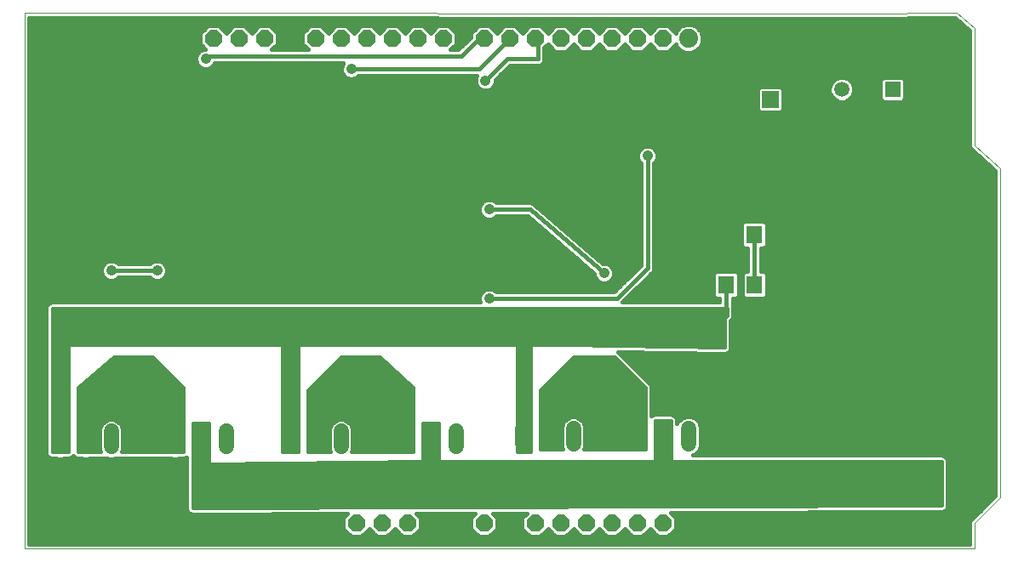
<source format=gbl>
G75*
%MOIN*%
%OFA0B0*%
%FSLAX25Y25*%
%IPPOS*%
%LPD*%
%AMOC8*
5,1,8,0,0,1.08239X$1,22.5*
%
%ADD10C,0.00000*%
%ADD11R,0.06299X0.07098*%
%ADD12R,0.06299X0.07087*%
%ADD13R,0.07087X0.12598*%
%ADD14OC8,0.06600*%
%ADD15C,0.06600*%
%ADD16R,0.06500X0.06500*%
%ADD17C,0.06000*%
%ADD18C,0.07400*%
%ADD19OC8,0.16400*%
%ADD20R,0.05937X0.05937*%
%ADD21C,0.05937*%
%ADD22C,0.06500*%
%ADD23C,0.04134*%
%ADD24C,0.01600*%
D10*
X0005000Y0005000D02*
X0005000Y0215000D01*
X0330921Y0214701D01*
X0370000Y0215000D01*
X0377000Y0209000D01*
X0377000Y0163000D01*
X0387000Y0154000D01*
X0387000Y0025000D01*
X0377000Y0015000D01*
X0377000Y0005000D01*
X0005000Y0005000D01*
D11*
X0279732Y0108520D03*
X0290929Y0108520D03*
D12*
X0290701Y0128071D03*
X0279677Y0128071D03*
D13*
X0275843Y0092189D03*
X0297890Y0092189D03*
D14*
X0255000Y0015000D03*
X0245000Y0015000D03*
X0235000Y0015000D03*
X0225000Y0015000D03*
X0215000Y0015000D03*
X0205000Y0015000D03*
X0185000Y0015000D03*
X0175000Y0015000D03*
X0165000Y0015000D03*
X0155000Y0015000D03*
X0145000Y0015000D03*
X0135000Y0015000D03*
X0139000Y0205000D03*
X0129000Y0205000D03*
X0119000Y0205000D03*
X0109000Y0205000D03*
X0099000Y0205000D03*
X0089000Y0205000D03*
X0079000Y0205000D03*
X0149000Y0205000D03*
X0159000Y0205000D03*
X0169000Y0205000D03*
X0185000Y0205000D03*
X0195000Y0205000D03*
X0205000Y0205000D03*
X0215000Y0205000D03*
X0225000Y0205000D03*
X0235000Y0205000D03*
X0245000Y0205000D03*
X0255000Y0205000D03*
D15*
X0311000Y0061000D03*
D16*
X0311000Y0031000D03*
X0297000Y0181000D03*
D17*
X0265000Y0052000D02*
X0265000Y0046000D01*
X0255000Y0046000D02*
X0255000Y0052000D01*
X0245000Y0052000D02*
X0245000Y0046000D01*
X0220000Y0046000D02*
X0220000Y0052000D01*
X0210000Y0052000D02*
X0210000Y0046000D01*
X0200000Y0046000D02*
X0200000Y0052000D01*
X0174000Y0051000D02*
X0174000Y0045000D01*
X0164000Y0045000D02*
X0164000Y0051000D01*
X0154000Y0051000D02*
X0154000Y0045000D01*
X0129000Y0045000D02*
X0129000Y0051000D01*
X0119000Y0051000D02*
X0119000Y0045000D01*
X0109000Y0045000D02*
X0109000Y0051000D01*
X0084000Y0051000D02*
X0084000Y0045000D01*
X0074000Y0045000D02*
X0074000Y0051000D01*
X0064000Y0051000D02*
X0064000Y0045000D01*
X0039000Y0045000D02*
X0039000Y0051000D01*
X0029000Y0051000D02*
X0029000Y0045000D01*
X0019000Y0045000D02*
X0019000Y0051000D01*
D18*
X0265000Y0205000D03*
X0275000Y0205000D03*
D19*
X0232000Y0072000D03*
X0141000Y0072000D03*
X0051000Y0072000D03*
X0355000Y0061000D03*
X0355000Y0031000D03*
D20*
X0345000Y0184988D03*
D21*
X0335000Y0184988D03*
X0325000Y0184988D03*
D22*
X0297000Y0191000D03*
D23*
X0294000Y0162000D03*
X0249000Y0159000D03*
X0233000Y0139000D03*
X0232000Y0113000D03*
X0187000Y0103000D03*
X0187000Y0138000D03*
X0179000Y0187000D03*
X0185500Y0188500D03*
X0133000Y0193000D03*
X0091000Y0193000D03*
X0076000Y0197000D03*
X0057000Y0114000D03*
X0039000Y0114000D03*
D24*
X0057000Y0114000D01*
X0060606Y0112602D02*
X0228133Y0112602D01*
X0228133Y0112901D02*
X0228133Y0112231D01*
X0228722Y0110810D01*
X0229810Y0109722D01*
X0231231Y0109133D01*
X0232769Y0109133D01*
X0234190Y0109722D01*
X0235278Y0110810D01*
X0235867Y0112231D01*
X0235867Y0113769D01*
X0235278Y0115190D01*
X0234190Y0116278D01*
X0232769Y0116867D01*
X0231496Y0116867D01*
X0204770Y0139907D01*
X0204473Y0140204D01*
X0204381Y0140242D01*
X0204306Y0140307D01*
X0203906Y0140439D01*
X0203517Y0140600D01*
X0203418Y0140600D01*
X0203324Y0140631D01*
X0202904Y0140600D01*
X0189869Y0140600D01*
X0189190Y0141278D01*
X0187769Y0141867D01*
X0186231Y0141867D01*
X0184810Y0141278D01*
X0183722Y0140190D01*
X0183133Y0138769D01*
X0183133Y0137231D01*
X0183722Y0135810D01*
X0184810Y0134722D01*
X0186231Y0134133D01*
X0187769Y0134133D01*
X0189190Y0134722D01*
X0189869Y0135400D01*
X0202034Y0135400D01*
X0228133Y0112901D01*
X0228641Y0111003D02*
X0059472Y0111003D01*
X0059190Y0110722D02*
X0060278Y0111810D01*
X0060867Y0113231D01*
X0060867Y0114769D01*
X0060278Y0116190D01*
X0059190Y0117278D01*
X0057769Y0117867D01*
X0056231Y0117867D01*
X0054810Y0117278D01*
X0054131Y0116600D01*
X0041869Y0116600D01*
X0041190Y0117278D01*
X0039769Y0117867D01*
X0038231Y0117867D01*
X0036810Y0117278D01*
X0035722Y0116190D01*
X0035133Y0114769D01*
X0035133Y0113231D01*
X0035722Y0111810D01*
X0036810Y0110722D01*
X0038231Y0110133D01*
X0039769Y0110133D01*
X0041190Y0110722D01*
X0041869Y0111400D01*
X0054131Y0111400D01*
X0054810Y0110722D01*
X0056231Y0110133D01*
X0057769Y0110133D01*
X0059190Y0110722D01*
X0060867Y0114201D02*
X0226625Y0114201D01*
X0224771Y0115799D02*
X0060440Y0115799D01*
X0058902Y0117398D02*
X0222917Y0117398D01*
X0221063Y0118996D02*
X0006800Y0118996D01*
X0006800Y0117398D02*
X0037098Y0117398D01*
X0035560Y0115799D02*
X0006800Y0115799D01*
X0006800Y0114201D02*
X0035133Y0114201D01*
X0035394Y0112602D02*
X0006800Y0112602D01*
X0006800Y0111003D02*
X0036528Y0111003D01*
X0041472Y0111003D02*
X0054528Y0111003D01*
X0055098Y0117398D02*
X0040902Y0117398D01*
X0015483Y0101600D02*
X0014527Y0101204D01*
X0013796Y0100473D01*
X0013400Y0099517D01*
X0013400Y0042483D01*
X0013796Y0041527D01*
X0014527Y0040796D01*
X0015483Y0040400D01*
X0017562Y0040400D01*
X0018045Y0040200D01*
X0019955Y0040200D01*
X0020438Y0040400D01*
X0022517Y0040400D01*
X0023473Y0040796D01*
X0024000Y0041323D01*
X0024527Y0040796D01*
X0025483Y0040400D01*
X0027562Y0040400D01*
X0028045Y0040200D01*
X0029955Y0040200D01*
X0030438Y0040400D01*
X0037562Y0040400D01*
X0038045Y0040200D01*
X0039955Y0040200D01*
X0040438Y0040400D01*
X0062562Y0040400D01*
X0063045Y0040200D01*
X0064955Y0040200D01*
X0065438Y0040400D01*
X0067517Y0040400D01*
X0068400Y0040766D01*
X0068400Y0021513D01*
X0068398Y0021508D01*
X0068400Y0020997D01*
X0068400Y0020483D01*
X0068402Y0020479D01*
X0068402Y0020474D01*
X0068600Y0020000D01*
X0068796Y0019527D01*
X0068799Y0019524D01*
X0068801Y0019520D01*
X0069166Y0019157D01*
X0069527Y0018796D01*
X0069531Y0018794D01*
X0069535Y0018791D01*
X0070009Y0018596D01*
X0070483Y0018400D01*
X0070487Y0018400D01*
X0070492Y0018398D01*
X0071004Y0018400D01*
X0071517Y0018400D01*
X0071521Y0018402D01*
X0131394Y0018606D01*
X0129900Y0017112D01*
X0129900Y0012888D01*
X0132888Y0009900D01*
X0137112Y0009900D01*
X0140000Y0012788D01*
X0142888Y0009900D01*
X0147112Y0009900D01*
X0150000Y0012788D01*
X0152888Y0009900D01*
X0157112Y0009900D01*
X0160100Y0012888D01*
X0160100Y0017112D01*
X0158514Y0018699D01*
X0181565Y0018777D01*
X0179900Y0017112D01*
X0179900Y0012888D01*
X0182888Y0009900D01*
X0187112Y0009900D01*
X0190100Y0012888D01*
X0190100Y0017112D01*
X0188412Y0018801D01*
X0201633Y0018846D01*
X0199900Y0017112D01*
X0199900Y0012888D01*
X0202888Y0009900D01*
X0207112Y0009900D01*
X0210000Y0012788D01*
X0212888Y0009900D01*
X0217112Y0009900D01*
X0220000Y0012788D01*
X0222888Y0009900D01*
X0227112Y0009900D01*
X0230000Y0012788D01*
X0232888Y0009900D01*
X0237112Y0009900D01*
X0240000Y0012788D01*
X0242888Y0009900D01*
X0247112Y0009900D01*
X0250000Y0012788D01*
X0252888Y0009900D01*
X0257112Y0009900D01*
X0260100Y0012888D01*
X0260100Y0017112D01*
X0258174Y0019039D01*
X0364002Y0019400D01*
X0364517Y0019400D01*
X0364521Y0019402D01*
X0364526Y0019402D01*
X0364998Y0019599D01*
X0365473Y0019796D01*
X0365476Y0019799D01*
X0365480Y0019801D01*
X0365842Y0020165D01*
X0366204Y0020527D01*
X0366206Y0020531D01*
X0366209Y0020535D01*
X0366403Y0021008D01*
X0366600Y0021483D01*
X0366600Y0021487D01*
X0380941Y0021487D01*
X0379343Y0019888D02*
X0365567Y0019888D01*
X0366600Y0021487D02*
X0366602Y0021492D01*
X0366600Y0022002D01*
X0366600Y0039517D01*
X0366204Y0040473D01*
X0365473Y0041204D01*
X0364517Y0041600D01*
X0363483Y0041600D01*
X0266920Y0041600D01*
X0267719Y0041931D01*
X0269069Y0043281D01*
X0269800Y0045045D01*
X0269800Y0052955D01*
X0269069Y0054719D01*
X0267719Y0056069D01*
X0265955Y0056800D01*
X0264045Y0056800D01*
X0262281Y0056069D01*
X0260931Y0054719D01*
X0260600Y0053920D01*
X0260600Y0055517D01*
X0260204Y0056473D01*
X0259473Y0057204D01*
X0258517Y0057600D01*
X0251483Y0057600D01*
X0250600Y0057234D01*
X0250600Y0068517D01*
X0250204Y0069473D01*
X0238204Y0081473D01*
X0237610Y0082067D01*
X0278463Y0081408D01*
X0278483Y0081400D01*
X0278979Y0081400D01*
X0279475Y0081392D01*
X0279495Y0081400D01*
X0279517Y0081400D01*
X0279976Y0081590D01*
X0280437Y0081772D01*
X0280453Y0081788D01*
X0280473Y0081796D01*
X0280823Y0082146D01*
X0281180Y0082492D01*
X0281189Y0082512D01*
X0281204Y0082527D01*
X0281394Y0082985D01*
X0281591Y0083441D01*
X0281592Y0083463D01*
X0281600Y0083483D01*
X0281600Y0083979D01*
X0281608Y0084475D01*
X0281600Y0084495D01*
X0281600Y0094270D01*
X0282204Y0094874D01*
X0282600Y0095829D01*
X0282600Y0099517D01*
X0282332Y0100163D01*
X0282332Y0103170D01*
X0283627Y0103170D01*
X0284682Y0104225D01*
X0284682Y0112814D01*
X0283627Y0113869D01*
X0275837Y0113869D01*
X0274783Y0112814D01*
X0274783Y0104225D01*
X0275837Y0103170D01*
X0277132Y0103170D01*
X0277132Y0101600D01*
X0239277Y0101600D01*
X0250473Y0112796D01*
X0251204Y0113527D01*
X0251600Y0114483D01*
X0251600Y0156131D01*
X0252278Y0156810D01*
X0252867Y0158231D01*
X0252867Y0159769D01*
X0252278Y0161190D01*
X0251190Y0162278D01*
X0249769Y0162867D01*
X0248231Y0162867D01*
X0246810Y0162278D01*
X0245722Y0161190D01*
X0245133Y0159769D01*
X0245133Y0158231D01*
X0245722Y0156810D01*
X0246400Y0156131D01*
X0246400Y0116077D01*
X0235923Y0105600D01*
X0189869Y0105600D01*
X0189190Y0106278D01*
X0187769Y0106867D01*
X0186231Y0106867D01*
X0184810Y0106278D01*
X0183722Y0105190D01*
X0183133Y0103769D01*
X0183133Y0102231D01*
X0183394Y0101600D01*
X0015483Y0101600D01*
X0015030Y0101412D02*
X0006800Y0101412D01*
X0006800Y0099814D02*
X0013523Y0099814D01*
X0013400Y0098215D02*
X0006800Y0098215D01*
X0006800Y0096617D02*
X0013400Y0096617D01*
X0013400Y0095018D02*
X0006800Y0095018D01*
X0006800Y0093420D02*
X0013400Y0093420D01*
X0013400Y0091821D02*
X0006800Y0091821D01*
X0006800Y0090223D02*
X0013400Y0090223D01*
X0013400Y0088624D02*
X0006800Y0088624D01*
X0006800Y0087026D02*
X0013400Y0087026D01*
X0013400Y0085427D02*
X0006800Y0085427D01*
X0006800Y0083829D02*
X0013400Y0083829D01*
X0013400Y0082230D02*
X0006800Y0082230D01*
X0006800Y0080632D02*
X0013400Y0080632D01*
X0013400Y0079033D02*
X0006800Y0079033D01*
X0006800Y0077435D02*
X0013400Y0077435D01*
X0013400Y0075836D02*
X0006800Y0075836D01*
X0006800Y0074238D02*
X0013400Y0074238D01*
X0013400Y0072639D02*
X0006800Y0072639D01*
X0006800Y0071041D02*
X0013400Y0071041D01*
X0013400Y0069442D02*
X0006800Y0069442D01*
X0006800Y0067844D02*
X0013400Y0067844D01*
X0013400Y0066245D02*
X0006800Y0066245D01*
X0006800Y0064647D02*
X0013400Y0064647D01*
X0013400Y0063048D02*
X0006800Y0063048D01*
X0006800Y0061450D02*
X0013400Y0061450D01*
X0013400Y0059851D02*
X0006800Y0059851D01*
X0006800Y0058253D02*
X0013400Y0058253D01*
X0013400Y0056654D02*
X0006800Y0056654D01*
X0006800Y0055056D02*
X0013400Y0055056D01*
X0013400Y0053457D02*
X0006800Y0053457D01*
X0006800Y0051859D02*
X0013400Y0051859D01*
X0013400Y0050260D02*
X0006800Y0050260D01*
X0006800Y0048662D02*
X0013400Y0048662D01*
X0013400Y0047063D02*
X0006800Y0047063D01*
X0006800Y0045465D02*
X0013400Y0045465D01*
X0013400Y0043866D02*
X0006800Y0043866D01*
X0006800Y0042268D02*
X0013489Y0042268D01*
X0014833Y0040669D02*
X0006800Y0040669D01*
X0006800Y0039070D02*
X0068400Y0039070D01*
X0068400Y0037472D02*
X0006800Y0037472D01*
X0006800Y0035873D02*
X0068400Y0035873D01*
X0068400Y0034275D02*
X0006800Y0034275D01*
X0006800Y0032676D02*
X0068400Y0032676D01*
X0068400Y0031078D02*
X0006800Y0031078D01*
X0006800Y0029479D02*
X0068400Y0029479D01*
X0068400Y0027881D02*
X0006800Y0027881D01*
X0006800Y0026282D02*
X0068400Y0026282D01*
X0068400Y0024684D02*
X0006800Y0024684D01*
X0006800Y0023085D02*
X0068400Y0023085D01*
X0068398Y0021487D02*
X0006800Y0021487D01*
X0006800Y0019888D02*
X0068646Y0019888D01*
X0071000Y0021000D02*
X0071000Y0054000D01*
X0077000Y0054000D01*
X0077000Y0038000D01*
X0161000Y0039000D01*
X0161000Y0054000D01*
X0167000Y0054000D01*
X0167000Y0039000D01*
X0252000Y0039000D01*
X0252000Y0055000D01*
X0258000Y0055000D01*
X0258000Y0039000D01*
X0364000Y0039000D01*
X0364000Y0022000D01*
X0071000Y0021000D01*
X0071000Y0021487D02*
X0213650Y0021487D01*
X0201077Y0018290D02*
X0188923Y0018290D01*
X0190100Y0016691D02*
X0199900Y0016691D01*
X0199900Y0015093D02*
X0190100Y0015093D01*
X0190100Y0013494D02*
X0199900Y0013494D01*
X0200892Y0011896D02*
X0189108Y0011896D01*
X0187510Y0010297D02*
X0202490Y0010297D01*
X0207510Y0010297D02*
X0212490Y0010297D01*
X0210892Y0011896D02*
X0209108Y0011896D01*
X0217510Y0010297D02*
X0222490Y0010297D01*
X0220892Y0011896D02*
X0219108Y0011896D01*
X0227510Y0010297D02*
X0232490Y0010297D01*
X0230892Y0011896D02*
X0229108Y0011896D01*
X0237510Y0010297D02*
X0242490Y0010297D01*
X0240892Y0011896D02*
X0239108Y0011896D01*
X0247510Y0010297D02*
X0252490Y0010297D01*
X0250892Y0011896D02*
X0249108Y0011896D01*
X0257510Y0010297D02*
X0375200Y0010297D01*
X0375200Y0008699D02*
X0006800Y0008699D01*
X0006800Y0010297D02*
X0132490Y0010297D01*
X0130892Y0011896D02*
X0006800Y0011896D01*
X0006800Y0013494D02*
X0129900Y0013494D01*
X0129900Y0015093D02*
X0006800Y0015093D01*
X0006800Y0016691D02*
X0129900Y0016691D01*
X0131077Y0018290D02*
X0006800Y0018290D01*
X0006800Y0007100D02*
X0375200Y0007100D01*
X0375200Y0006800D02*
X0006800Y0006800D01*
X0006800Y0213198D01*
X0330183Y0212901D01*
X0330189Y0212895D01*
X0330927Y0212901D01*
X0331665Y0212900D01*
X0331672Y0212906D01*
X0369340Y0213195D01*
X0375200Y0208172D01*
X0375200Y0163691D01*
X0375163Y0163650D01*
X0375200Y0162953D01*
X0375200Y0162254D01*
X0375239Y0162216D01*
X0375242Y0162161D01*
X0375761Y0161694D01*
X0376254Y0161200D01*
X0376309Y0161200D01*
X0385200Y0153198D01*
X0385200Y0025746D01*
X0375200Y0015746D01*
X0375200Y0006800D01*
X0375200Y0011896D02*
X0259108Y0011896D01*
X0260100Y0013494D02*
X0375200Y0013494D01*
X0375200Y0015093D02*
X0260100Y0015093D01*
X0260100Y0016691D02*
X0376146Y0016691D01*
X0377744Y0018290D02*
X0258923Y0018290D01*
X0258000Y0039070D02*
X0252000Y0039070D01*
X0252000Y0040669D02*
X0258000Y0040669D01*
X0258000Y0042268D02*
X0252000Y0042268D01*
X0252000Y0043866D02*
X0258000Y0043866D01*
X0258000Y0045465D02*
X0252000Y0045465D01*
X0252000Y0047063D02*
X0258000Y0047063D01*
X0258000Y0048662D02*
X0252000Y0048662D01*
X0252000Y0050260D02*
X0258000Y0050260D01*
X0258000Y0051859D02*
X0252000Y0051859D01*
X0252000Y0053457D02*
X0258000Y0053457D01*
X0260600Y0055056D02*
X0261267Y0055056D01*
X0260023Y0056654D02*
X0263693Y0056654D01*
X0266307Y0056654D02*
X0385200Y0056654D01*
X0385200Y0055056D02*
X0268733Y0055056D01*
X0269592Y0053457D02*
X0385200Y0053457D01*
X0385200Y0051859D02*
X0269800Y0051859D01*
X0269800Y0050260D02*
X0385200Y0050260D01*
X0385200Y0048662D02*
X0269800Y0048662D01*
X0269800Y0047063D02*
X0385200Y0047063D01*
X0385200Y0045465D02*
X0269800Y0045465D01*
X0269312Y0043866D02*
X0385200Y0043866D01*
X0385200Y0042268D02*
X0268056Y0042268D01*
X0248000Y0044000D02*
X0248000Y0068000D01*
X0236000Y0080000D01*
X0220000Y0080000D01*
X0207000Y0067000D01*
X0207000Y0044000D01*
X0215849Y0044000D01*
X0215400Y0045085D01*
X0215400Y0052915D01*
X0216100Y0054606D01*
X0217394Y0055900D01*
X0219085Y0056600D01*
X0220915Y0056600D01*
X0222606Y0055900D01*
X0223900Y0054606D01*
X0224600Y0052915D01*
X0224600Y0045085D01*
X0224151Y0044000D01*
X0248000Y0044000D01*
X0248000Y0045465D02*
X0224600Y0045465D01*
X0224600Y0047063D02*
X0248000Y0047063D01*
X0248000Y0048662D02*
X0224600Y0048662D01*
X0224600Y0050260D02*
X0248000Y0050260D01*
X0248000Y0051859D02*
X0224600Y0051859D01*
X0224375Y0053457D02*
X0248000Y0053457D01*
X0248000Y0055056D02*
X0223450Y0055056D01*
X0216550Y0055056D02*
X0207000Y0055056D01*
X0207000Y0056654D02*
X0248000Y0056654D01*
X0248000Y0058253D02*
X0207000Y0058253D01*
X0207000Y0059851D02*
X0248000Y0059851D01*
X0248000Y0061450D02*
X0207000Y0061450D01*
X0207000Y0063048D02*
X0248000Y0063048D01*
X0248000Y0064647D02*
X0207000Y0064647D01*
X0207000Y0066245D02*
X0248000Y0066245D01*
X0248000Y0067844D02*
X0207844Y0067844D01*
X0209442Y0069442D02*
X0246558Y0069442D01*
X0244959Y0071041D02*
X0211041Y0071041D01*
X0212639Y0072639D02*
X0243361Y0072639D01*
X0241762Y0074238D02*
X0214238Y0074238D01*
X0215836Y0075836D02*
X0240164Y0075836D01*
X0238565Y0077435D02*
X0217435Y0077435D01*
X0219033Y0079033D02*
X0236967Y0079033D01*
X0239045Y0080632D02*
X0385200Y0080632D01*
X0385200Y0082230D02*
X0280910Y0082230D01*
X0281600Y0083829D02*
X0385200Y0083829D01*
X0385200Y0085427D02*
X0281600Y0085427D01*
X0281600Y0087026D02*
X0385200Y0087026D01*
X0385200Y0088624D02*
X0281600Y0088624D01*
X0281600Y0090223D02*
X0385200Y0090223D01*
X0385200Y0091821D02*
X0281600Y0091821D01*
X0281600Y0093420D02*
X0385200Y0093420D01*
X0385200Y0095018D02*
X0282264Y0095018D01*
X0282600Y0096617D02*
X0385200Y0096617D01*
X0385200Y0098215D02*
X0282600Y0098215D01*
X0282477Y0099814D02*
X0385200Y0099814D01*
X0385200Y0101412D02*
X0282332Y0101412D01*
X0282332Y0103011D02*
X0385200Y0103011D01*
X0385200Y0104609D02*
X0295879Y0104609D01*
X0295879Y0104225D02*
X0295879Y0112814D01*
X0294824Y0113869D01*
X0293301Y0113869D01*
X0293301Y0122728D01*
X0294596Y0122728D01*
X0295650Y0123782D01*
X0295650Y0132360D01*
X0294596Y0133414D01*
X0286806Y0133414D01*
X0285751Y0132360D01*
X0285751Y0123782D01*
X0286806Y0122728D01*
X0288101Y0122728D01*
X0288101Y0113869D01*
X0287034Y0113869D01*
X0285980Y0112814D01*
X0285980Y0104225D01*
X0287034Y0103170D01*
X0294824Y0103170D01*
X0295879Y0104225D01*
X0295879Y0106208D02*
X0385200Y0106208D01*
X0385200Y0107806D02*
X0295879Y0107806D01*
X0295879Y0109405D02*
X0385200Y0109405D01*
X0385200Y0111003D02*
X0295879Y0111003D01*
X0295879Y0112602D02*
X0385200Y0112602D01*
X0385200Y0114201D02*
X0293301Y0114201D01*
X0293301Y0115799D02*
X0385200Y0115799D01*
X0385200Y0117398D02*
X0293301Y0117398D01*
X0293301Y0118996D02*
X0385200Y0118996D01*
X0385200Y0120595D02*
X0293301Y0120595D01*
X0293301Y0122193D02*
X0385200Y0122193D01*
X0385200Y0123792D02*
X0295650Y0123792D01*
X0295650Y0125390D02*
X0385200Y0125390D01*
X0385200Y0126989D02*
X0295650Y0126989D01*
X0295650Y0128587D02*
X0385200Y0128587D01*
X0385200Y0130186D02*
X0295650Y0130186D01*
X0295650Y0131784D02*
X0385200Y0131784D01*
X0385200Y0133383D02*
X0294627Y0133383D01*
X0290701Y0128071D02*
X0290701Y0108748D01*
X0290929Y0108520D01*
X0285980Y0107806D02*
X0284682Y0107806D01*
X0284682Y0106208D02*
X0285980Y0106208D01*
X0285980Y0104609D02*
X0284682Y0104609D01*
X0279732Y0105732D02*
X0279732Y0108520D01*
X0279732Y0099268D01*
X0280000Y0099000D01*
X0280000Y0096346D01*
X0275843Y0092189D01*
X0276000Y0092346D01*
X0279000Y0091821D02*
X0016000Y0091821D01*
X0016000Y0090223D02*
X0279000Y0090223D01*
X0279000Y0088624D02*
X0016000Y0088624D01*
X0016000Y0087026D02*
X0279000Y0087026D01*
X0279000Y0085427D02*
X0016000Y0085427D01*
X0016000Y0083829D02*
X0022000Y0083829D01*
X0022000Y0085000D02*
X0022000Y0043000D01*
X0016000Y0043000D01*
X0016000Y0099000D01*
X0279000Y0099000D01*
X0279000Y0084000D01*
X0217000Y0085000D01*
X0203000Y0085000D01*
X0203000Y0043000D01*
X0198000Y0043000D01*
X0198000Y0085000D01*
X0112000Y0085000D01*
X0112000Y0043000D01*
X0106000Y0043000D01*
X0106000Y0085000D01*
X0022000Y0085000D01*
X0022000Y0082230D02*
X0016000Y0082230D01*
X0016000Y0080632D02*
X0022000Y0080632D01*
X0022000Y0079033D02*
X0016000Y0079033D01*
X0016000Y0077435D02*
X0022000Y0077435D01*
X0022000Y0075836D02*
X0016000Y0075836D01*
X0016000Y0074238D02*
X0022000Y0074238D01*
X0022000Y0072639D02*
X0016000Y0072639D01*
X0016000Y0071041D02*
X0022000Y0071041D01*
X0022000Y0069442D02*
X0016000Y0069442D01*
X0016000Y0067844D02*
X0022000Y0067844D01*
X0022000Y0066245D02*
X0016000Y0066245D01*
X0016000Y0064647D02*
X0022000Y0064647D01*
X0022000Y0063048D02*
X0016000Y0063048D01*
X0016000Y0061450D02*
X0022000Y0061450D01*
X0022000Y0059851D02*
X0016000Y0059851D01*
X0016000Y0058253D02*
X0022000Y0058253D01*
X0022000Y0056654D02*
X0016000Y0056654D01*
X0016000Y0055056D02*
X0022000Y0055056D01*
X0022000Y0053457D02*
X0016000Y0053457D01*
X0016000Y0051859D02*
X0022000Y0051859D01*
X0022000Y0050260D02*
X0016000Y0050260D01*
X0016000Y0048662D02*
X0022000Y0048662D01*
X0022000Y0047063D02*
X0016000Y0047063D01*
X0016000Y0045465D02*
X0022000Y0045465D01*
X0022000Y0043866D02*
X0016000Y0043866D01*
X0023167Y0040669D02*
X0024833Y0040669D01*
X0026000Y0043000D02*
X0026000Y0068000D01*
X0040000Y0080000D01*
X0055000Y0080000D01*
X0067000Y0068000D01*
X0067000Y0043000D01*
X0043151Y0043000D01*
X0043600Y0044085D01*
X0043600Y0051915D01*
X0042900Y0053606D01*
X0041606Y0054900D01*
X0039915Y0055600D01*
X0038085Y0055600D01*
X0036394Y0054900D01*
X0035100Y0053606D01*
X0034400Y0051915D01*
X0034400Y0044085D01*
X0034849Y0043000D01*
X0026000Y0043000D01*
X0026000Y0043866D02*
X0034491Y0043866D01*
X0034400Y0045465D02*
X0026000Y0045465D01*
X0026000Y0047063D02*
X0034400Y0047063D01*
X0034400Y0048662D02*
X0026000Y0048662D01*
X0026000Y0050260D02*
X0034400Y0050260D01*
X0034400Y0051859D02*
X0026000Y0051859D01*
X0026000Y0053457D02*
X0035039Y0053457D01*
X0036771Y0055056D02*
X0026000Y0055056D01*
X0026000Y0056654D02*
X0067000Y0056654D01*
X0067000Y0055056D02*
X0041229Y0055056D01*
X0042961Y0053457D02*
X0067000Y0053457D01*
X0067000Y0051859D02*
X0043600Y0051859D01*
X0043600Y0050260D02*
X0067000Y0050260D01*
X0067000Y0048662D02*
X0043600Y0048662D01*
X0043600Y0047063D02*
X0067000Y0047063D01*
X0067000Y0045465D02*
X0043600Y0045465D01*
X0043509Y0043866D02*
X0067000Y0043866D01*
X0071000Y0043866D02*
X0077000Y0043866D01*
X0077000Y0042268D02*
X0071000Y0042268D01*
X0071000Y0040669D02*
X0077000Y0040669D01*
X0077000Y0039070D02*
X0071000Y0039070D01*
X0071000Y0037472D02*
X0364000Y0037472D01*
X0364000Y0035873D02*
X0071000Y0035873D01*
X0071000Y0034275D02*
X0364000Y0034275D01*
X0364000Y0032676D02*
X0071000Y0032676D01*
X0071000Y0031078D02*
X0364000Y0031078D01*
X0364000Y0029479D02*
X0071000Y0029479D01*
X0071000Y0027881D02*
X0364000Y0027881D01*
X0364000Y0026282D02*
X0071000Y0026282D01*
X0071000Y0024684D02*
X0364000Y0024684D01*
X0364000Y0023085D02*
X0071000Y0023085D01*
X0068400Y0040669D02*
X0068167Y0040669D01*
X0071000Y0045465D02*
X0077000Y0045465D01*
X0077000Y0047063D02*
X0071000Y0047063D01*
X0071000Y0048662D02*
X0077000Y0048662D01*
X0077000Y0050260D02*
X0071000Y0050260D01*
X0071000Y0051859D02*
X0077000Y0051859D01*
X0077000Y0053457D02*
X0071000Y0053457D01*
X0067000Y0058253D02*
X0026000Y0058253D01*
X0026000Y0059851D02*
X0067000Y0059851D01*
X0067000Y0061450D02*
X0026000Y0061450D01*
X0026000Y0063048D02*
X0067000Y0063048D01*
X0067000Y0064647D02*
X0026000Y0064647D01*
X0026000Y0066245D02*
X0067000Y0066245D01*
X0067000Y0067844D02*
X0026000Y0067844D01*
X0027683Y0069442D02*
X0065558Y0069442D01*
X0063959Y0071041D02*
X0029547Y0071041D01*
X0031412Y0072639D02*
X0062361Y0072639D01*
X0060762Y0074238D02*
X0033277Y0074238D01*
X0035142Y0075836D02*
X0059164Y0075836D01*
X0057565Y0077435D02*
X0037007Y0077435D01*
X0038872Y0079033D02*
X0055967Y0079033D01*
X0016000Y0093420D02*
X0279000Y0093420D01*
X0279000Y0095018D02*
X0016000Y0095018D01*
X0016000Y0096617D02*
X0279000Y0096617D01*
X0279000Y0098215D02*
X0016000Y0098215D01*
X0006800Y0103011D02*
X0183133Y0103011D01*
X0183481Y0104609D02*
X0006800Y0104609D01*
X0006800Y0106208D02*
X0184739Y0106208D01*
X0187000Y0103000D02*
X0237000Y0103000D01*
X0249000Y0115000D01*
X0249000Y0159000D01*
X0252867Y0158959D02*
X0378799Y0158959D01*
X0377023Y0160557D02*
X0252540Y0160557D01*
X0251313Y0162156D02*
X0375247Y0162156D01*
X0375200Y0163754D02*
X0006800Y0163754D01*
X0006800Y0162156D02*
X0246687Y0162156D01*
X0245460Y0160557D02*
X0006800Y0160557D01*
X0006800Y0158959D02*
X0245133Y0158959D01*
X0245494Y0157360D02*
X0006800Y0157360D01*
X0006800Y0155762D02*
X0246400Y0155762D01*
X0246400Y0154163D02*
X0006800Y0154163D01*
X0006800Y0152565D02*
X0246400Y0152565D01*
X0246400Y0150966D02*
X0006800Y0150966D01*
X0006800Y0149368D02*
X0246400Y0149368D01*
X0246400Y0147769D02*
X0006800Y0147769D01*
X0006800Y0146171D02*
X0246400Y0146171D01*
X0246400Y0144572D02*
X0006800Y0144572D01*
X0006800Y0142974D02*
X0246400Y0142974D01*
X0246400Y0141375D02*
X0188956Y0141375D01*
X0185044Y0141375D02*
X0006800Y0141375D01*
X0006800Y0139777D02*
X0183550Y0139777D01*
X0183133Y0138178D02*
X0006800Y0138178D01*
X0006800Y0136580D02*
X0183403Y0136580D01*
X0184550Y0134981D02*
X0006800Y0134981D01*
X0006800Y0133383D02*
X0204374Y0133383D01*
X0202520Y0134981D02*
X0189450Y0134981D01*
X0187000Y0138000D02*
X0203000Y0138000D01*
X0232000Y0113000D01*
X0234670Y0115799D02*
X0246122Y0115799D01*
X0246400Y0117398D02*
X0230881Y0117398D01*
X0229027Y0118996D02*
X0246400Y0118996D01*
X0246400Y0120595D02*
X0227172Y0120595D01*
X0225318Y0122193D02*
X0246400Y0122193D01*
X0246400Y0123792D02*
X0223464Y0123792D01*
X0221609Y0125390D02*
X0246400Y0125390D01*
X0246400Y0126989D02*
X0219755Y0126989D01*
X0217901Y0128587D02*
X0246400Y0128587D01*
X0246400Y0130186D02*
X0216047Y0130186D01*
X0214192Y0131784D02*
X0246400Y0131784D01*
X0246400Y0133383D02*
X0212338Y0133383D01*
X0210484Y0134981D02*
X0246400Y0134981D01*
X0246400Y0136580D02*
X0208630Y0136580D01*
X0206775Y0138178D02*
X0246400Y0138178D01*
X0246400Y0139777D02*
X0204921Y0139777D01*
X0206228Y0131784D02*
X0006800Y0131784D01*
X0006800Y0130186D02*
X0208083Y0130186D01*
X0209937Y0128587D02*
X0006800Y0128587D01*
X0006800Y0126989D02*
X0211791Y0126989D01*
X0213645Y0125390D02*
X0006800Y0125390D01*
X0006800Y0123792D02*
X0215500Y0123792D01*
X0217354Y0122193D02*
X0006800Y0122193D01*
X0006800Y0120595D02*
X0219208Y0120595D01*
X0235688Y0114201D02*
X0244524Y0114201D01*
X0242925Y0112602D02*
X0235867Y0112602D01*
X0235359Y0111003D02*
X0241327Y0111003D01*
X0239728Y0109405D02*
X0233426Y0109405D01*
X0230574Y0109405D02*
X0006800Y0109405D01*
X0006800Y0107806D02*
X0238130Y0107806D01*
X0236531Y0106208D02*
X0189261Y0106208D01*
X0198000Y0083829D02*
X0203000Y0083829D01*
X0203000Y0082230D02*
X0198000Y0082230D01*
X0198000Y0080632D02*
X0203000Y0080632D01*
X0203000Y0079033D02*
X0198000Y0079033D01*
X0198000Y0077435D02*
X0203000Y0077435D01*
X0203000Y0075836D02*
X0198000Y0075836D01*
X0198000Y0074238D02*
X0203000Y0074238D01*
X0203000Y0072639D02*
X0198000Y0072639D01*
X0198000Y0071041D02*
X0203000Y0071041D01*
X0203000Y0069442D02*
X0198000Y0069442D01*
X0198000Y0067844D02*
X0203000Y0067844D01*
X0203000Y0066245D02*
X0198000Y0066245D01*
X0198000Y0064647D02*
X0203000Y0064647D01*
X0203000Y0063048D02*
X0198000Y0063048D01*
X0198000Y0061450D02*
X0203000Y0061450D01*
X0203000Y0059851D02*
X0198000Y0059851D01*
X0198000Y0058253D02*
X0203000Y0058253D01*
X0203000Y0056654D02*
X0198000Y0056654D01*
X0198000Y0055056D02*
X0203000Y0055056D01*
X0203000Y0053457D02*
X0198000Y0053457D01*
X0198000Y0051859D02*
X0203000Y0051859D01*
X0203000Y0050260D02*
X0198000Y0050260D01*
X0198000Y0048662D02*
X0203000Y0048662D01*
X0203000Y0047063D02*
X0198000Y0047063D01*
X0198000Y0045465D02*
X0203000Y0045465D01*
X0203000Y0043866D02*
X0198000Y0043866D01*
X0207000Y0045465D02*
X0215400Y0045465D01*
X0215400Y0047063D02*
X0207000Y0047063D01*
X0207000Y0048662D02*
X0215400Y0048662D01*
X0215400Y0050260D02*
X0207000Y0050260D01*
X0207000Y0051859D02*
X0215400Y0051859D01*
X0215625Y0053457D02*
X0207000Y0053457D01*
X0167000Y0053457D02*
X0161000Y0053457D01*
X0161000Y0051859D02*
X0167000Y0051859D01*
X0167000Y0050260D02*
X0161000Y0050260D01*
X0161000Y0048662D02*
X0167000Y0048662D01*
X0167000Y0047063D02*
X0161000Y0047063D01*
X0161000Y0045465D02*
X0167000Y0045465D01*
X0167000Y0043866D02*
X0161000Y0043866D01*
X0161000Y0042268D02*
X0167000Y0042268D01*
X0167000Y0040669D02*
X0161000Y0040669D01*
X0161000Y0039070D02*
X0167000Y0039070D01*
X0157000Y0043000D02*
X0157000Y0068000D01*
X0144000Y0080000D01*
X0129000Y0080000D01*
X0116000Y0067000D01*
X0116000Y0043000D01*
X0124849Y0043000D01*
X0124400Y0044085D01*
X0124400Y0051915D01*
X0125100Y0053606D01*
X0126394Y0054900D01*
X0128085Y0055600D01*
X0129915Y0055600D01*
X0131606Y0054900D01*
X0132900Y0053606D01*
X0133600Y0051915D01*
X0133600Y0044085D01*
X0133151Y0043000D01*
X0157000Y0043000D01*
X0157000Y0043866D02*
X0133509Y0043866D01*
X0133600Y0045465D02*
X0157000Y0045465D01*
X0157000Y0047063D02*
X0133600Y0047063D01*
X0133600Y0048662D02*
X0157000Y0048662D01*
X0157000Y0050260D02*
X0133600Y0050260D01*
X0133600Y0051859D02*
X0157000Y0051859D01*
X0157000Y0053457D02*
X0132961Y0053457D01*
X0131229Y0055056D02*
X0157000Y0055056D01*
X0157000Y0056654D02*
X0116000Y0056654D01*
X0116000Y0055056D02*
X0126771Y0055056D01*
X0125039Y0053457D02*
X0116000Y0053457D01*
X0116000Y0051859D02*
X0124400Y0051859D01*
X0124400Y0050260D02*
X0116000Y0050260D01*
X0116000Y0048662D02*
X0124400Y0048662D01*
X0124400Y0047063D02*
X0116000Y0047063D01*
X0116000Y0045465D02*
X0124400Y0045465D01*
X0124491Y0043866D02*
X0116000Y0043866D01*
X0112000Y0043866D02*
X0106000Y0043866D01*
X0106000Y0045465D02*
X0112000Y0045465D01*
X0112000Y0047063D02*
X0106000Y0047063D01*
X0106000Y0048662D02*
X0112000Y0048662D01*
X0112000Y0050260D02*
X0106000Y0050260D01*
X0106000Y0051859D02*
X0112000Y0051859D01*
X0112000Y0053457D02*
X0106000Y0053457D01*
X0106000Y0055056D02*
X0112000Y0055056D01*
X0112000Y0056654D02*
X0106000Y0056654D01*
X0106000Y0058253D02*
X0112000Y0058253D01*
X0112000Y0059851D02*
X0106000Y0059851D01*
X0106000Y0061450D02*
X0112000Y0061450D01*
X0112000Y0063048D02*
X0106000Y0063048D01*
X0106000Y0064647D02*
X0112000Y0064647D01*
X0112000Y0066245D02*
X0106000Y0066245D01*
X0106000Y0067844D02*
X0112000Y0067844D01*
X0112000Y0069442D02*
X0106000Y0069442D01*
X0106000Y0071041D02*
X0112000Y0071041D01*
X0112000Y0072639D02*
X0106000Y0072639D01*
X0106000Y0074238D02*
X0112000Y0074238D01*
X0112000Y0075836D02*
X0106000Y0075836D01*
X0106000Y0077435D02*
X0112000Y0077435D01*
X0112000Y0079033D02*
X0106000Y0079033D01*
X0106000Y0080632D02*
X0112000Y0080632D01*
X0112000Y0082230D02*
X0106000Y0082230D01*
X0106000Y0083829D02*
X0112000Y0083829D01*
X0123238Y0074238D02*
X0150242Y0074238D01*
X0148511Y0075836D02*
X0124836Y0075836D01*
X0126435Y0077435D02*
X0146779Y0077435D01*
X0145047Y0079033D02*
X0128033Y0079033D01*
X0121639Y0072639D02*
X0151974Y0072639D01*
X0153706Y0071041D02*
X0120041Y0071041D01*
X0118442Y0069442D02*
X0155438Y0069442D01*
X0157000Y0067844D02*
X0116844Y0067844D01*
X0116000Y0066245D02*
X0157000Y0066245D01*
X0157000Y0064647D02*
X0116000Y0064647D01*
X0116000Y0063048D02*
X0157000Y0063048D01*
X0157000Y0061450D02*
X0116000Y0061450D01*
X0116000Y0059851D02*
X0157000Y0059851D01*
X0157000Y0058253D02*
X0116000Y0058253D01*
X0158923Y0018290D02*
X0181077Y0018290D01*
X0179900Y0016691D02*
X0160100Y0016691D01*
X0160100Y0015093D02*
X0179900Y0015093D01*
X0179900Y0013494D02*
X0160100Y0013494D01*
X0159108Y0011896D02*
X0180892Y0011896D01*
X0182490Y0010297D02*
X0157510Y0010297D01*
X0152490Y0010297D02*
X0147510Y0010297D01*
X0149108Y0011896D02*
X0150892Y0011896D01*
X0142490Y0010297D02*
X0137510Y0010297D01*
X0139108Y0011896D02*
X0140892Y0011896D01*
X0250600Y0058253D02*
X0385200Y0058253D01*
X0385200Y0059851D02*
X0250600Y0059851D01*
X0250600Y0061450D02*
X0385200Y0061450D01*
X0385200Y0063048D02*
X0250600Y0063048D01*
X0250600Y0064647D02*
X0385200Y0064647D01*
X0385200Y0066245D02*
X0250600Y0066245D01*
X0250600Y0067844D02*
X0385200Y0067844D01*
X0385200Y0069442D02*
X0250217Y0069442D01*
X0248636Y0071041D02*
X0385200Y0071041D01*
X0385200Y0072639D02*
X0247038Y0072639D01*
X0245439Y0074238D02*
X0385200Y0074238D01*
X0385200Y0075836D02*
X0243841Y0075836D01*
X0242242Y0077435D02*
X0385200Y0077435D01*
X0385200Y0079033D02*
X0240644Y0079033D01*
X0240688Y0103011D02*
X0277132Y0103011D01*
X0274783Y0104609D02*
X0242286Y0104609D01*
X0243885Y0106208D02*
X0274783Y0106208D01*
X0274783Y0107806D02*
X0245483Y0107806D01*
X0247082Y0109405D02*
X0274783Y0109405D01*
X0274783Y0111003D02*
X0248680Y0111003D01*
X0250279Y0112602D02*
X0274783Y0112602D01*
X0284682Y0112602D02*
X0285980Y0112602D01*
X0285980Y0111003D02*
X0284682Y0111003D01*
X0284682Y0109405D02*
X0285980Y0109405D01*
X0288101Y0114201D02*
X0251483Y0114201D01*
X0251600Y0115799D02*
X0288101Y0115799D01*
X0288101Y0117398D02*
X0251600Y0117398D01*
X0251600Y0118996D02*
X0288101Y0118996D01*
X0288101Y0120595D02*
X0251600Y0120595D01*
X0251600Y0122193D02*
X0288101Y0122193D01*
X0285751Y0123792D02*
X0251600Y0123792D01*
X0251600Y0125390D02*
X0285751Y0125390D01*
X0285751Y0126989D02*
X0251600Y0126989D01*
X0251600Y0128587D02*
X0285751Y0128587D01*
X0285751Y0130186D02*
X0251600Y0130186D01*
X0251600Y0131784D02*
X0285751Y0131784D01*
X0286774Y0133383D02*
X0251600Y0133383D01*
X0251600Y0134981D02*
X0385200Y0134981D01*
X0385200Y0136580D02*
X0251600Y0136580D01*
X0251600Y0138178D02*
X0385200Y0138178D01*
X0385200Y0139777D02*
X0251600Y0139777D01*
X0251600Y0141375D02*
X0385200Y0141375D01*
X0385200Y0142974D02*
X0251600Y0142974D01*
X0251600Y0144572D02*
X0385200Y0144572D01*
X0385200Y0146171D02*
X0251600Y0146171D01*
X0251600Y0147769D02*
X0385200Y0147769D01*
X0385200Y0149368D02*
X0251600Y0149368D01*
X0251600Y0150966D02*
X0385200Y0150966D01*
X0385200Y0152565D02*
X0251600Y0152565D01*
X0251600Y0154163D02*
X0384128Y0154163D01*
X0382352Y0155762D02*
X0251600Y0155762D01*
X0252506Y0157360D02*
X0380576Y0157360D01*
X0375200Y0165353D02*
X0006800Y0165353D01*
X0006800Y0166951D02*
X0375200Y0166951D01*
X0375200Y0168550D02*
X0006800Y0168550D01*
X0006800Y0170148D02*
X0375200Y0170148D01*
X0375200Y0171747D02*
X0006800Y0171747D01*
X0006800Y0173345D02*
X0375200Y0173345D01*
X0375200Y0174944D02*
X0006800Y0174944D01*
X0006800Y0176542D02*
X0292412Y0176542D01*
X0291950Y0177004D02*
X0293004Y0175950D01*
X0300996Y0175950D01*
X0302050Y0177004D01*
X0302050Y0184996D01*
X0300996Y0186050D01*
X0293004Y0186050D01*
X0291950Y0184996D01*
X0291950Y0177004D01*
X0291950Y0178141D02*
X0006800Y0178141D01*
X0006800Y0179739D02*
X0291950Y0179739D01*
X0291950Y0181338D02*
X0006800Y0181338D01*
X0006800Y0182937D02*
X0291950Y0182937D01*
X0291950Y0184535D02*
X0006800Y0184535D01*
X0006800Y0186134D02*
X0182398Y0186134D01*
X0182222Y0186310D02*
X0183310Y0185222D01*
X0184731Y0184633D01*
X0186269Y0184633D01*
X0187690Y0185222D01*
X0188778Y0186310D01*
X0189367Y0187731D01*
X0189367Y0188690D01*
X0195077Y0194400D01*
X0206517Y0194400D01*
X0207473Y0194796D01*
X0208204Y0195527D01*
X0208600Y0196483D01*
X0208600Y0201388D01*
X0210000Y0202788D01*
X0212888Y0199900D01*
X0217112Y0199900D01*
X0220000Y0202788D01*
X0222888Y0199900D01*
X0227112Y0199900D01*
X0230000Y0202788D01*
X0232888Y0199900D01*
X0237112Y0199900D01*
X0240000Y0202788D01*
X0242888Y0199900D01*
X0247112Y0199900D01*
X0250000Y0202788D01*
X0252888Y0199900D01*
X0257112Y0199900D01*
X0259974Y0202762D01*
X0260337Y0201884D01*
X0261884Y0200337D01*
X0263906Y0199500D01*
X0266094Y0199500D01*
X0268115Y0200337D01*
X0269663Y0201884D01*
X0270500Y0203906D01*
X0270500Y0206094D01*
X0269663Y0208115D01*
X0268115Y0209663D01*
X0266094Y0210500D01*
X0263906Y0210500D01*
X0261884Y0209663D01*
X0260337Y0208115D01*
X0259974Y0207238D01*
X0257112Y0210100D01*
X0252888Y0210100D01*
X0250000Y0207212D01*
X0247112Y0210100D01*
X0242888Y0210100D01*
X0240000Y0207212D01*
X0237112Y0210100D01*
X0232888Y0210100D01*
X0230000Y0207212D01*
X0227112Y0210100D01*
X0222888Y0210100D01*
X0220000Y0207212D01*
X0217112Y0210100D01*
X0212888Y0210100D01*
X0210000Y0207212D01*
X0207112Y0210100D01*
X0202888Y0210100D01*
X0200000Y0207212D01*
X0197112Y0210100D01*
X0192888Y0210100D01*
X0190000Y0207212D01*
X0187112Y0210100D01*
X0182888Y0210100D01*
X0179900Y0207112D01*
X0179900Y0205577D01*
X0174923Y0200600D01*
X0171812Y0200600D01*
X0174100Y0202888D01*
X0174100Y0207112D01*
X0171112Y0210100D01*
X0166888Y0210100D01*
X0164000Y0207212D01*
X0161112Y0210100D01*
X0156888Y0210100D01*
X0154000Y0207212D01*
X0151112Y0210100D01*
X0146888Y0210100D01*
X0144000Y0207212D01*
X0141112Y0210100D01*
X0136888Y0210100D01*
X0134000Y0207212D01*
X0131112Y0210100D01*
X0126888Y0210100D01*
X0124000Y0207212D01*
X0121112Y0210100D01*
X0116888Y0210100D01*
X0113900Y0207112D01*
X0113900Y0202888D01*
X0116188Y0200600D01*
X0101812Y0200600D01*
X0104100Y0202888D01*
X0104100Y0207112D01*
X0101112Y0210100D01*
X0096888Y0210100D01*
X0094000Y0207212D01*
X0091112Y0210100D01*
X0086888Y0210100D01*
X0084000Y0207212D01*
X0081112Y0210100D01*
X0076888Y0210100D01*
X0073900Y0207112D01*
X0073900Y0202888D01*
X0075921Y0200867D01*
X0075231Y0200867D01*
X0073810Y0200278D01*
X0072722Y0199190D01*
X0072133Y0197769D01*
X0072133Y0196231D01*
X0072722Y0194810D01*
X0073810Y0193722D01*
X0075231Y0193133D01*
X0076769Y0193133D01*
X0078190Y0193722D01*
X0079278Y0194810D01*
X0079523Y0195400D01*
X0129931Y0195400D01*
X0129722Y0195190D01*
X0129133Y0193769D01*
X0129133Y0192231D01*
X0129722Y0190810D01*
X0130810Y0189722D01*
X0132231Y0189133D01*
X0133769Y0189133D01*
X0135190Y0189722D01*
X0135869Y0190400D01*
X0182101Y0190400D01*
X0181633Y0189269D01*
X0181633Y0187731D01*
X0182222Y0186310D01*
X0181633Y0187732D02*
X0006800Y0187732D01*
X0006800Y0189331D02*
X0131754Y0189331D01*
X0134246Y0189331D02*
X0181659Y0189331D01*
X0185500Y0188500D02*
X0194000Y0197000D01*
X0206000Y0197000D01*
X0206000Y0204000D01*
X0205000Y0205000D01*
X0209331Y0202119D02*
X0210669Y0202119D01*
X0212267Y0200520D02*
X0208600Y0200520D01*
X0208600Y0198922D02*
X0375200Y0198922D01*
X0375200Y0200520D02*
X0268298Y0200520D01*
X0269760Y0202119D02*
X0375200Y0202119D01*
X0375200Y0203717D02*
X0270422Y0203717D01*
X0270500Y0205316D02*
X0375200Y0205316D01*
X0375200Y0206914D02*
X0270160Y0206914D01*
X0269265Y0208513D02*
X0374803Y0208513D01*
X0372938Y0210111D02*
X0267033Y0210111D01*
X0262967Y0210111D02*
X0006800Y0210111D01*
X0006800Y0208513D02*
X0075300Y0208513D01*
X0073900Y0206914D02*
X0006800Y0206914D01*
X0006800Y0205316D02*
X0073900Y0205316D01*
X0073900Y0203717D02*
X0006800Y0203717D01*
X0006800Y0202119D02*
X0074669Y0202119D01*
X0074394Y0200520D02*
X0006800Y0200520D01*
X0006800Y0198922D02*
X0072610Y0198922D01*
X0072133Y0197323D02*
X0006800Y0197323D01*
X0006800Y0195725D02*
X0072343Y0195725D01*
X0073405Y0194126D02*
X0006800Y0194126D01*
X0006800Y0192528D02*
X0129133Y0192528D01*
X0129281Y0194126D02*
X0078595Y0194126D01*
X0076000Y0197000D02*
X0077000Y0198000D01*
X0176000Y0198000D01*
X0183000Y0205000D01*
X0185000Y0205000D01*
X0179639Y0205316D02*
X0174100Y0205316D01*
X0174100Y0206914D02*
X0179900Y0206914D01*
X0181300Y0208513D02*
X0172700Y0208513D01*
X0165300Y0208513D02*
X0162700Y0208513D01*
X0155300Y0208513D02*
X0152700Y0208513D01*
X0145300Y0208513D02*
X0142700Y0208513D01*
X0135300Y0208513D02*
X0132700Y0208513D01*
X0125300Y0208513D02*
X0122700Y0208513D01*
X0115300Y0208513D02*
X0102700Y0208513D01*
X0104100Y0206914D02*
X0113900Y0206914D01*
X0113900Y0205316D02*
X0104100Y0205316D01*
X0104100Y0203717D02*
X0113900Y0203717D01*
X0114669Y0202119D02*
X0103331Y0202119D01*
X0095300Y0208513D02*
X0092700Y0208513D01*
X0085300Y0208513D02*
X0082700Y0208513D01*
X0129672Y0190929D02*
X0006800Y0190929D01*
X0006800Y0211710D02*
X0371073Y0211710D01*
X0375200Y0197323D02*
X0208600Y0197323D01*
X0208286Y0195725D02*
X0375200Y0195725D01*
X0375200Y0194126D02*
X0194803Y0194126D01*
X0193205Y0192528D02*
X0375200Y0192528D01*
X0375200Y0190929D02*
X0191606Y0190929D01*
X0190007Y0189331D02*
X0323023Y0189331D01*
X0322299Y0189031D02*
X0320957Y0187689D01*
X0320231Y0185937D01*
X0320231Y0184040D01*
X0320957Y0182287D01*
X0322299Y0180946D01*
X0324051Y0180220D01*
X0325949Y0180220D01*
X0327701Y0180946D01*
X0329043Y0182287D01*
X0329768Y0184040D01*
X0329768Y0185937D01*
X0329043Y0187689D01*
X0327701Y0189031D01*
X0325949Y0189757D01*
X0324051Y0189757D01*
X0322299Y0189031D01*
X0321000Y0187732D02*
X0189367Y0187732D01*
X0188602Y0186134D02*
X0320313Y0186134D01*
X0320231Y0184535D02*
X0302050Y0184535D01*
X0302050Y0182937D02*
X0320688Y0182937D01*
X0321907Y0181338D02*
X0302050Y0181338D01*
X0302050Y0179739D02*
X0375200Y0179739D01*
X0375200Y0178141D02*
X0302050Y0178141D01*
X0301588Y0176542D02*
X0375200Y0176542D01*
X0375200Y0181338D02*
X0349768Y0181338D01*
X0349768Y0181274D02*
X0348714Y0180220D01*
X0341286Y0180220D01*
X0340231Y0181274D01*
X0340231Y0188702D01*
X0341286Y0189757D01*
X0348714Y0189757D01*
X0349768Y0188702D01*
X0349768Y0181274D01*
X0349768Y0182937D02*
X0375200Y0182937D01*
X0375200Y0184535D02*
X0349768Y0184535D01*
X0349768Y0186134D02*
X0375200Y0186134D01*
X0375200Y0187732D02*
X0349768Y0187732D01*
X0349140Y0189331D02*
X0375200Y0189331D01*
X0340860Y0189331D02*
X0326977Y0189331D01*
X0329000Y0187732D02*
X0340231Y0187732D01*
X0340231Y0186134D02*
X0329687Y0186134D01*
X0329768Y0184535D02*
X0340231Y0184535D01*
X0340231Y0182937D02*
X0329312Y0182937D01*
X0328093Y0181338D02*
X0340231Y0181338D01*
X0261702Y0200520D02*
X0257733Y0200520D01*
X0259331Y0202119D02*
X0260240Y0202119D01*
X0252267Y0200520D02*
X0247733Y0200520D01*
X0249331Y0202119D02*
X0250669Y0202119D01*
X0242267Y0200520D02*
X0237733Y0200520D01*
X0239331Y0202119D02*
X0240669Y0202119D01*
X0232267Y0200520D02*
X0227733Y0200520D01*
X0229331Y0202119D02*
X0230669Y0202119D01*
X0222267Y0200520D02*
X0217733Y0200520D01*
X0219331Y0202119D02*
X0220669Y0202119D01*
X0221300Y0208513D02*
X0218700Y0208513D01*
X0211300Y0208513D02*
X0208700Y0208513D01*
X0201300Y0208513D02*
X0198700Y0208513D01*
X0191300Y0208513D02*
X0188700Y0208513D01*
X0195000Y0205000D02*
X0183000Y0193000D01*
X0133000Y0193000D01*
X0173331Y0202119D02*
X0176442Y0202119D01*
X0178040Y0203717D02*
X0174100Y0203717D01*
X0228700Y0208513D02*
X0231300Y0208513D01*
X0238700Y0208513D02*
X0241300Y0208513D01*
X0248700Y0208513D02*
X0251300Y0208513D01*
X0258700Y0208513D02*
X0260735Y0208513D01*
X0366008Y0040669D02*
X0385200Y0040669D01*
X0385200Y0039070D02*
X0366600Y0039070D01*
X0366600Y0037472D02*
X0385200Y0037472D01*
X0385200Y0035873D02*
X0366600Y0035873D01*
X0366600Y0034275D02*
X0385200Y0034275D01*
X0385200Y0032676D02*
X0366600Y0032676D01*
X0366600Y0031078D02*
X0385200Y0031078D01*
X0385200Y0029479D02*
X0366600Y0029479D01*
X0366600Y0027881D02*
X0385200Y0027881D01*
X0385200Y0026282D02*
X0366600Y0026282D01*
X0366600Y0024684D02*
X0384138Y0024684D01*
X0382540Y0023085D02*
X0366600Y0023085D01*
M02*

</source>
